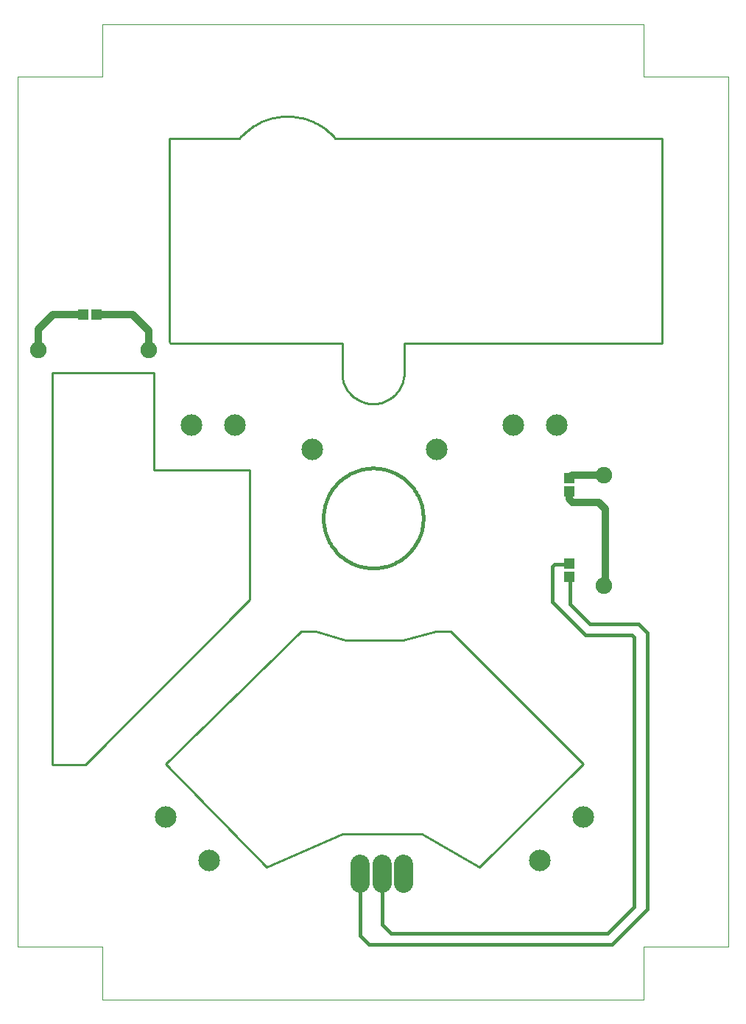
<source format=gtl>
G75*
%MOIN*%
%OFA0B0*%
%FSLAX24Y24*%
%IPPOS*%
%LPD*%
%AMOC8*
5,1,8,0,0,1.08239X$1,22.5*
%
%ADD10C,0.0000*%
%ADD11C,0.0100*%
%ADD12C,0.0160*%
%ADD13C,0.0748*%
%ADD14C,0.0856*%
%ADD15R,0.0495X0.0495*%
%ADD16C,0.0974*%
%ADD17C,0.0320*%
D10*
X000100Y002483D02*
X000100Y041849D01*
X003939Y041849D01*
X003941Y041849D01*
X003941Y044233D01*
X028437Y044233D01*
X028437Y041849D01*
X032277Y041849D01*
X032277Y002484D01*
X028437Y002484D01*
X028437Y000100D01*
X028437Y000100D01*
X003941Y000100D01*
X003941Y002484D01*
X000100Y002484D01*
X000100Y002483D02*
X000103Y002483D01*
X003939Y041849D02*
X003941Y041849D01*
X032139Y041852D02*
X032277Y041849D01*
D11*
X029234Y039076D02*
X014470Y039076D01*
X014401Y039154D01*
X014328Y039229D01*
X014253Y039302D01*
X014175Y039371D01*
X014095Y039438D01*
X014012Y039502D01*
X013927Y039563D01*
X013840Y039621D01*
X013751Y039675D01*
X013659Y039726D01*
X013566Y039774D01*
X013472Y039818D01*
X013376Y039859D01*
X013278Y039896D01*
X013179Y039930D01*
X013079Y039960D01*
X012978Y039987D01*
X012876Y040009D01*
X012773Y040028D01*
X012670Y040044D01*
X012566Y040055D01*
X012462Y040063D01*
X012357Y040067D01*
X012253Y040067D01*
X012148Y040063D01*
X012044Y040055D01*
X011940Y040044D01*
X011837Y040028D01*
X011734Y040009D01*
X011632Y039987D01*
X011531Y039960D01*
X011431Y039930D01*
X011332Y039896D01*
X011234Y039859D01*
X011138Y039818D01*
X011044Y039774D01*
X010951Y039726D01*
X010859Y039675D01*
X010770Y039621D01*
X010683Y039563D01*
X010598Y039502D01*
X010515Y039438D01*
X010435Y039371D01*
X010357Y039302D01*
X010282Y039229D01*
X010209Y039154D01*
X010140Y039076D01*
X010139Y039076D02*
X006990Y039076D01*
X006950Y039050D02*
X006950Y029850D01*
X007000Y029800D02*
X014800Y029800D01*
X014800Y028350D01*
X014786Y028328D02*
X014795Y028255D01*
X014808Y028182D01*
X014825Y028110D01*
X014845Y028040D01*
X014870Y027970D01*
X014898Y027901D01*
X014929Y027835D01*
X014964Y027770D01*
X015002Y027706D01*
X015044Y027645D01*
X015088Y027587D01*
X015136Y027530D01*
X015187Y027477D01*
X015240Y027426D01*
X015296Y027378D01*
X015355Y027332D01*
X015415Y027290D01*
X015478Y027252D01*
X015543Y027216D01*
X015610Y027184D01*
X015678Y027156D01*
X015747Y027131D01*
X015818Y027110D01*
X015890Y027093D01*
X015962Y027079D01*
X016036Y027070D01*
X016109Y027064D01*
X016183Y027062D01*
X016257Y027064D01*
X016330Y027070D01*
X016404Y027079D01*
X016476Y027093D01*
X016548Y027110D01*
X016619Y027131D01*
X016688Y027156D01*
X016756Y027184D01*
X016823Y027216D01*
X016888Y027252D01*
X016951Y027290D01*
X017011Y027332D01*
X017070Y027378D01*
X017126Y027426D01*
X017179Y027477D01*
X017230Y027530D01*
X017278Y027587D01*
X017322Y027645D01*
X017364Y027706D01*
X017402Y027770D01*
X017437Y027835D01*
X017468Y027901D01*
X017496Y027970D01*
X017521Y028040D01*
X017541Y028110D01*
X017558Y028182D01*
X017571Y028255D01*
X017580Y028328D01*
X017600Y028350D02*
X017600Y029800D01*
X029250Y029800D01*
X029250Y039050D01*
X019704Y016776D02*
X019031Y016776D01*
X017532Y016352D01*
X014943Y016352D01*
X013589Y016776D01*
X012919Y016776D01*
X006793Y010769D01*
X011368Y006104D01*
X014784Y007601D01*
X018384Y007601D01*
X021009Y006104D01*
X025691Y010769D01*
X019704Y016776D01*
X010609Y018182D02*
X010609Y024072D01*
X006257Y024072D01*
X006257Y028450D01*
X001678Y028450D01*
X001678Y010733D01*
X003163Y010733D01*
X010609Y018182D01*
D12*
X013930Y021887D02*
X013932Y021982D01*
X013938Y022076D01*
X013948Y022170D01*
X013962Y022264D01*
X013979Y022357D01*
X014001Y022449D01*
X014027Y022541D01*
X014056Y022631D01*
X014089Y022719D01*
X014125Y022807D01*
X014166Y022892D01*
X014210Y022976D01*
X014257Y023058D01*
X014308Y023138D01*
X014362Y023216D01*
X014419Y023291D01*
X014479Y023364D01*
X014543Y023435D01*
X014609Y023502D01*
X014678Y023567D01*
X014750Y023629D01*
X014824Y023688D01*
X014901Y023744D01*
X014979Y023796D01*
X015060Y023845D01*
X015143Y023891D01*
X015228Y023933D01*
X015315Y023971D01*
X015403Y024006D01*
X015492Y024037D01*
X015583Y024065D01*
X015675Y024088D01*
X015767Y024108D01*
X015861Y024124D01*
X015955Y024136D01*
X016049Y024144D01*
X016144Y024148D01*
X016238Y024148D01*
X016333Y024144D01*
X016427Y024136D01*
X016521Y024124D01*
X016615Y024108D01*
X016707Y024088D01*
X016799Y024065D01*
X016890Y024037D01*
X016979Y024006D01*
X017067Y023971D01*
X017154Y023933D01*
X017239Y023891D01*
X017321Y023845D01*
X017403Y023796D01*
X017481Y023744D01*
X017558Y023688D01*
X017632Y023629D01*
X017704Y023567D01*
X017773Y023502D01*
X017839Y023435D01*
X017903Y023364D01*
X017963Y023291D01*
X018020Y023216D01*
X018074Y023138D01*
X018125Y023058D01*
X018172Y022976D01*
X018216Y022892D01*
X018257Y022807D01*
X018293Y022719D01*
X018326Y022631D01*
X018355Y022541D01*
X018381Y022449D01*
X018403Y022357D01*
X018420Y022264D01*
X018434Y022170D01*
X018444Y022076D01*
X018450Y021982D01*
X018452Y021887D01*
X018450Y021792D01*
X018444Y021698D01*
X018434Y021604D01*
X018420Y021510D01*
X018403Y021417D01*
X018381Y021325D01*
X018355Y021233D01*
X018326Y021143D01*
X018293Y021055D01*
X018257Y020967D01*
X018216Y020882D01*
X018172Y020798D01*
X018125Y020716D01*
X018074Y020636D01*
X018020Y020558D01*
X017963Y020483D01*
X017903Y020410D01*
X017839Y020339D01*
X017773Y020272D01*
X017704Y020207D01*
X017632Y020145D01*
X017558Y020086D01*
X017481Y020030D01*
X017403Y019978D01*
X017322Y019929D01*
X017239Y019883D01*
X017154Y019841D01*
X017067Y019803D01*
X016979Y019768D01*
X016890Y019737D01*
X016799Y019709D01*
X016707Y019686D01*
X016615Y019666D01*
X016521Y019650D01*
X016427Y019638D01*
X016333Y019630D01*
X016238Y019626D01*
X016144Y019626D01*
X016049Y019630D01*
X015955Y019638D01*
X015861Y019650D01*
X015767Y019666D01*
X015675Y019686D01*
X015583Y019709D01*
X015492Y019737D01*
X015403Y019768D01*
X015315Y019803D01*
X015228Y019841D01*
X015143Y019883D01*
X015061Y019929D01*
X014979Y019978D01*
X014901Y020030D01*
X014824Y020086D01*
X014750Y020145D01*
X014678Y020207D01*
X014609Y020272D01*
X014543Y020339D01*
X014479Y020410D01*
X014419Y020483D01*
X014362Y020558D01*
X014308Y020636D01*
X014257Y020716D01*
X014210Y020798D01*
X014166Y020882D01*
X014125Y020967D01*
X014089Y021055D01*
X014056Y021143D01*
X014027Y021233D01*
X014001Y021325D01*
X013979Y021417D01*
X013962Y021510D01*
X013948Y021604D01*
X013938Y021698D01*
X013932Y021792D01*
X013930Y021887D01*
X024300Y019700D02*
X024300Y018100D01*
X025800Y016600D01*
X027900Y016600D01*
X028000Y016500D01*
X028000Y015600D01*
X028000Y014500D01*
X028000Y004300D01*
X026800Y003100D01*
X017000Y003100D01*
X016587Y003513D01*
X016587Y005376D01*
X015602Y005376D02*
X015602Y002998D01*
X016000Y002600D01*
X027000Y002600D01*
X028600Y004200D01*
X028600Y015000D01*
X028600Y016100D01*
X028600Y016700D01*
X028200Y017100D01*
X026200Y017100D01*
X026000Y017100D01*
X025100Y018000D01*
X025100Y019210D01*
X025068Y019241D01*
X025027Y019800D02*
X025068Y019841D01*
X025027Y019800D02*
X024400Y019800D01*
X024300Y019700D01*
D13*
X026631Y018836D03*
X026631Y023836D03*
X006021Y029513D03*
X001021Y029513D03*
D14*
X015602Y006232D02*
X015602Y005376D01*
X016587Y005376D02*
X016587Y006232D01*
X017571Y006232D02*
X017571Y005376D01*
D15*
X025068Y019241D03*
X025068Y019841D03*
X025051Y023090D03*
X025051Y023690D03*
X003663Y031104D03*
X003063Y031104D03*
D16*
X007974Y026084D03*
X009943Y026084D03*
X013427Y024982D03*
X019057Y024982D03*
X022541Y026084D03*
X024509Y026084D03*
X025691Y008368D03*
X023722Y006399D03*
X008761Y006399D03*
X006793Y008368D03*
D17*
X006021Y029513D02*
X006021Y030379D01*
X005300Y031100D01*
X003976Y031100D01*
X003663Y031104D01*
X003063Y031104D02*
X002866Y031100D01*
X001700Y031100D01*
X001021Y030421D01*
X001021Y029513D01*
X025051Y023690D02*
X025197Y023836D01*
X026631Y023836D01*
X026400Y022600D02*
X026700Y022300D01*
X026700Y018905D01*
X026631Y018836D01*
X026400Y022600D02*
X025200Y022600D01*
X025051Y022749D01*
X025051Y023090D01*
M02*

</source>
